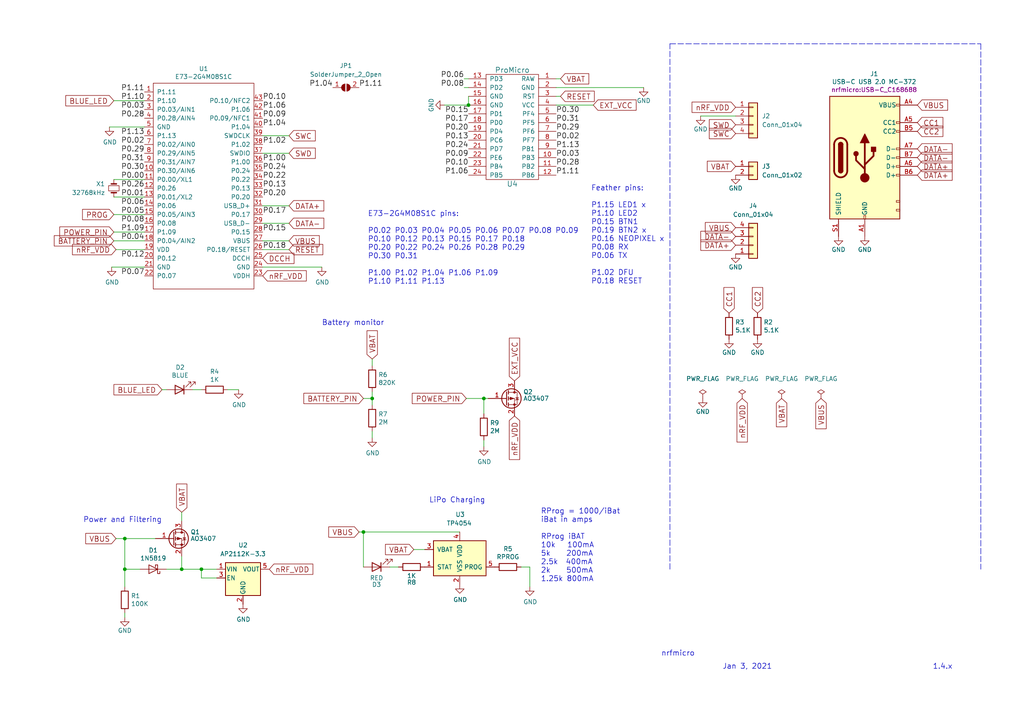
<source format=kicad_sch>
(kicad_sch (version 20211123) (generator eeschema)
  (paper "A4")
  (lib_symbols
    (symbol "Battery_Management:MCP73832-2-OT" (pin_names (offset 1.016))
      (property "Reference" "U" (at -7.62 6.35 0))
      (property "Value" "MCP73832-2-OT" (at 1.27 6.35 0))
      (symbol "MCP73832-2-OT_0_1"
        (rectangle (start -7.62 5.08) (end 7.62 -5.08) (stroke (width 0.254)) (fill (type background)))
      )
      (symbol "MCP73832-2-OT_1_1"
        (pin output line (at 10.16 -2.54 180) (length 2.54) (name "STAT") (number "1"))
        (pin power_in line (at 0 -7.62 90) (length 2.54) (name "VSS") (number "2"))
        (pin power_out line (at 10.16 2.54 180) (length 2.54) (name "VBAT") (number "3"))
        (pin power_in line (at 0 7.62 270) (length 2.54) (name "VDD") (number "4"))
        (pin input line (at -10.16 -2.54 0) (length 2.54) (name "PROG") (number "5"))
      )
    )
    (symbol "Connector_Generic:Conn_01x02" (pin_names (offset 1.016) hide)
      (property "Reference" "J" (at 0 2.54 0))
      (property "Value" "Conn_01x02" (at 0 -5.08 0))
      (symbol "Conn_01x02_1_1"
        (rectangle (start -1.27 -2.413) (end 0 -2.667) (stroke (width 0.1524)))
        (rectangle (start -1.27 0.127) (end 0 -0.127) (stroke (width 0.1524)))
        (rectangle (start -1.27 1.27) (end 1.27 -3.81) (stroke (width 0.254)) (fill (type background)))
        (pin passive line (at -5.08 0 0) (length 3.81) (name "Pin_1") (number "1"))
        (pin passive line (at -5.08 -2.54 0) (length 3.81) (name "Pin_2") (number "2"))
      )
    )
    (symbol "Connector_Generic:Conn_01x04" (pin_names (offset 1.016) hide)
      (property "Reference" "J" (at 0 5.08 0))
      (property "Value" "Conn_01x04" (at 0 -7.62 0))
      (symbol "Conn_01x04_1_1"
        (rectangle (start -1.27 -4.953) (end 0 -5.207) (stroke (width 0.1524)))
        (rectangle (start -1.27 -2.413) (end 0 -2.667) (stroke (width 0.1524)))
        (rectangle (start -1.27 0.127) (end 0 -0.127) (stroke (width 0.1524)))
        (rectangle (start -1.27 2.667) (end 0 2.413) (stroke (width 0.1524)))
        (rectangle (start -1.27 3.81) (end 1.27 -6.35) (stroke (width 0.254)) (fill (type background)))
        (pin passive line (at -5.08 2.54 0) (length 3.81) (name "Pin_1") (number "1"))
        (pin passive line (at -5.08 0 0) (length 3.81) (name "Pin_2") (number "2"))
        (pin passive line (at -5.08 -2.54 0) (length 3.81) (name "Pin_3") (number "3"))
        (pin passive line (at -5.08 -5.08 0) (length 3.81) (name "Pin_4") (number "4"))
      )
    )
    (symbol "Device:Crystal_Small" (pin_numbers hide) (pin_names (offset 1.016) hide)
      (property "Reference" "Y" (at 0 2.54 0))
      (property "Value" "Crystal_Small" (at 0 -2.54 0))
      (symbol "Crystal_Small_0_1"
        (rectangle (start -0.762 -1.524) (end 0.762 1.524))
        (polyline (pts (xy -1.27 -0.762) (xy -1.27 0.762)) (stroke (width 0.381)))
        (polyline (pts (xy 1.27 -0.762) (xy 1.27 0.762)) (stroke (width 0.381)))
      )
      (symbol "Crystal_Small_1_1"
        (pin passive line (at -2.54 0 0) (length 1.27) (name "1") (number "1"))
        (pin passive line (at 2.54 0 180) (length 1.27) (name "2") (number "2"))
      )
    )
    (symbol "Device:LED" (pin_numbers hide) (pin_names (offset 1.016) hide)
      (property "Reference" "D" (at 0 2.54 0))
      (property "Value" "LED" (at 0 -2.54 0))
      (symbol "LED_0_1"
        (polyline (pts (xy -1.27 -1.27) (xy -1.27 1.27)) (stroke (width 0.254)))
        (polyline (pts (xy -1.27 0) (xy 1.27 0)))
        (polyline (pts (xy 1.27 -1.27) (xy 1.27 1.27) (xy -1.27 0) (xy 1.27 -1.27)) (stroke (width 0.254)))
        (polyline (pts (xy -3.048 -0.762) (xy -4.572 -2.286) (xy -3.81 -2.286) (xy -4.572 -2.286) (xy -4.572 -1.524)))
        (polyline (pts (xy -1.778 -0.762) (xy -3.302 -2.286) (xy -2.54 -2.286) (xy -3.302 -2.286) (xy -3.302 -1.524)))
      )
      (symbol "LED_1_1"
        (pin passive line (at -3.81 0 0) (length 2.54) (name "K") (number "1"))
        (pin passive line (at 3.81 0 180) (length 2.54) (name "A") (number "2"))
      )
    )
    (symbol "Device:R" (pin_numbers hide) (pin_names (offset 0))
      (property "Reference" "R" (at 2.032 0 90))
      (property "Value" "R" (at 0 0 90))
      (symbol "R_0_1"
        (rectangle (start -1.016 -2.54) (end 1.016 2.54) (stroke (width 0.254)))
      )
      (symbol "R_1_1"
        (pin passive line (at 0 3.81 270) (length 1.27) (name "~") (number "1"))
        (pin passive line (at 0 -3.81 90) (length 1.27) (name "~") (number "2"))
      )
    )
    (symbol "Jumper:SolderJumper_2_Open" (pin_names (offset 0) hide)
      (property "Reference" "JP" (at 0 2.032 0))
      (property "Value" "SolderJumper_2_Open" (at 0 -2.54 0))
      (symbol "SolderJumper_2_Open_0_1"
        (arc (start -0.254 1.016) (mid -1.27 0) (end -0.254 -1.016))
        (arc (start -0.254 1.016) (mid -1.27 0) (end -0.254 -1.016) (fill (type outline)))
        (polyline (pts (xy -0.254 1.016) (xy -0.254 -1.016)))
        (polyline (pts (xy 0.254 1.016) (xy 0.254 -1.016)))
        (arc (start 0.254 -1.016) (mid 1.27 0) (end 0.254 1.016))
        (arc (start 0.254 -1.016) (mid 1.27 0) (end 0.254 1.016) (fill (type outline)))
      )
      (symbol "SolderJumper_2_Open_1_1"
        (pin passive line (at -3.81 0 0) (length 2.54) (name "A") (number "1"))
        (pin passive line (at 3.81 0 180) (length 2.54) (name "B") (number "2"))
      )
    )
    (symbol "Regulator_Linear:AP2112K-3.3" (pin_names (offset 0.254))
      (property "Reference" "U" (at -5.08 5.715 0))
      (property "Value" "AP2112K-3.3" (at 0 5.715 0))
      (symbol "AP2112K-3.3_0_1"
        (rectangle (start -5.08 4.445) (end 5.08 -5.08) (stroke (width 0.254)) (fill (type background)))
      )
      (symbol "AP2112K-3.3_1_1"
        (pin power_in line (at -7.62 2.54 0) (length 2.54) (name "VIN") (number "1"))
        (pin power_in line (at 0 -7.62 90) (length 2.54) (name "GND") (number "2"))
        (pin input line (at -7.62 0 0) (length 2.54) (name "EN") (number "3"))
        (pin no_connect line (at 5.08 0 180) (length 2.54) hide (name "NC") (number "4"))
        (pin power_out line (at 7.62 2.54 180) (length 2.54) (name "VOUT") (number "5"))
      )
    )
    (symbol "nrfmicro-rescue:BSS83P" (pin_names (offset 0) hide)
      (property "Reference" "Q" (at 5.08 1.905 0))
      (property "Value" "BSS83P" (at 5.08 0 0))
      (symbol "BSS83P_0_1"
        (polyline (pts (xy 0 0) (xy 0.254 0)))
        (polyline (pts (xy 0.762 -1.778) (xy 2.54 -1.778)))
        (polyline (pts (xy 0.762 -1.27) (xy 0.762 -2.286)) (stroke (width 0.254)))
        (polyline (pts (xy 0.762 0) (xy 2.54 0)))
        (polyline (pts (xy 0.762 0.508) (xy 0.762 -0.508)) (stroke (width 0.254)))
        (polyline (pts (xy 0.762 1.778) (xy 2.54 1.778)))
        (polyline (pts (xy 0.762 2.286) (xy 0.762 1.27)) (stroke (width 0.254)))
        (polyline (pts (xy 2.54 -1.778) (xy 2.54 -2.54)))
        (polyline (pts (xy 2.54 -1.778) (xy 2.54 0)))
        (polyline (pts (xy 2.54 2.54) (xy 2.54 1.778)))
        (polyline (pts (xy 0.254 1.905) (xy 0.254 -1.905) (xy 0.254 -1.905)) (stroke (width 0.254)))
        (polyline (pts (xy 2.286 0) (xy 1.27 -0.381) (xy 1.27 0.381) (xy 2.286 0)) (fill (type outline)))
        (polyline (pts (xy 2.54 -1.778) (xy 3.302 -1.778) (xy 3.302 1.778) (xy 2.54 1.778)))
        (polyline (pts (xy 2.794 -0.508) (xy 2.921 -0.381) (xy 3.683 -0.381) (xy 3.81 -0.254)))
        (polyline (pts (xy 3.302 -0.381) (xy 2.921 0.254) (xy 3.683 0.254) (xy 3.302 -0.381)))
        (circle (center 1.651 0) (radius 2.8194) (stroke (width 0.254)))
        (circle (center 2.54 -1.778) (radius 0.2794) (fill (type outline)))
        (circle (center 2.54 1.778) (radius 0.2794) (fill (type outline)))
      )
      (symbol "BSS83P_1_1"
        (pin input line (at -5.08 0 0) (length 5.08) (name "G") (number "1"))
        (pin passive line (at 2.54 -5.08 90) (length 2.54) (name "S") (number "2"))
        (pin passive line (at 2.54 5.08 270) (length 2.54) (name "D") (number "3"))
      )
    )
    (symbol "nrfmicro-rescue:GND" (power) (pin_names (offset 0))
      (property "Value" "GND" (at 0 -3.81 0))
      (symbol "GND_0_1"
        (polyline (pts (xy 0 0) (xy 0 -1.27) (xy 1.27 -1.27) (xy 0 -2.54) (xy -1.27 -1.27) (xy 0 -1.27)))
      )
      (symbol "GND_1_1"
        (pin power_in line (at 0 0 270) (length 0) hide (name "GND") (number "1"))
      )
    )
    (symbol "nrfmicro-rescue:MBR0520" (pin_numbers hide) (pin_names (offset 1.016) hide)
      (property "Reference" "D" (at 0 2.54 0))
      (property "Value" "MBR0520" (at 0 -2.54 0))
      (symbol "MBR0520_0_1"
        (polyline (pts (xy 1.27 0) (xy -1.27 0)))
        (polyline (pts (xy 1.27 1.27) (xy 1.27 -1.27) (xy -1.27 0) (xy 1.27 1.27)) (stroke (width 0.2032)))
        (polyline (pts (xy -1.905 0.635) (xy -1.905 1.27) (xy -1.27 1.27) (xy -1.27 -1.27) (xy -0.635 -1.27) (xy -0.635 -0.635)) (stroke (width 0.2032)))
      )
      (symbol "MBR0520_1_1"
        (pin passive line (at -3.81 0 0) (length 2.54) (name "K") (number "1"))
        (pin passive line (at 3.81 0 180) (length 2.54) (name "A") (number "2"))
      )
    )
    (symbol "nrfmicro-rescue:ProMicro" (pin_names (offset 1.016))
      (property "Reference" "U" (at 0 -21.59 0))
      (property "Value" "ProMicro" (at 0 11.43 0))
      (symbol "ProMicro_0_1"
        (rectangle (start 7.62 10.16) (end -7.62 -20.32))
      )
      (symbol "ProMicro_1_1"
        (pin input line (at 12.7 8.89 180) (length 5.08) (name "RAW") (number "1"))
        (pin input line (at 12.7 -13.97 180) (length 5.08) (name "PB3") (number "10"))
        (pin input line (at 12.7 -16.51 180) (length 5.08) (name "PB2") (number "11"))
        (pin input line (at 12.7 -19.05 180) (length 5.08) (name "PB6") (number "12"))
        (pin input line (at -12.7 8.89 0) (length 5.08) (name "PD3") (number "13"))
        (pin input line (at -12.7 6.35 0) (length 5.08) (name "PD2") (number "14"))
        (pin input line (at -12.7 3.81 0) (length 5.08) (name "GND") (number "15"))
        (pin input line (at -12.7 1.27 0) (length 5.08) (name "GND") (number "16"))
        (pin input line (at -12.7 -1.27 0) (length 5.08) (name "PD1") (number "17"))
        (pin input line (at -12.7 -3.81 0) (length 5.08) (name "PD0") (number "18"))
        (pin input line (at -12.7 -6.35 0) (length 5.08) (name "PD4") (number "19"))
        (pin input line (at 12.7 6.35 180) (length 5.08) (name "GND") (number "2"))
        (pin input line (at -12.7 -8.89 0) (length 5.08) (name "PC6") (number "20"))
        (pin input line (at -12.7 -11.43 0) (length 5.08) (name "PD7") (number "21"))
        (pin input line (at -12.7 -13.97 0) (length 5.08) (name "PE6") (number "22"))
        (pin input line (at -12.7 -16.51 0) (length 5.08) (name "PB4") (number "23"))
        (pin input line (at -12.7 -19.05 0) (length 5.08) (name "PB5") (number "24"))
        (pin input line (at 12.7 3.81 180) (length 5.08) (name "RST") (number "3"))
        (pin input line (at 12.7 1.27 180) (length 5.08) (name "VCC") (number "4"))
        (pin input line (at 12.7 -1.27 180) (length 5.08) (name "PF4") (number "5"))
        (pin input line (at 12.7 -3.81 180) (length 5.08) (name "PF5") (number "6"))
        (pin input line (at 12.7 -6.35 180) (length 5.08) (name "PF6") (number "7"))
        (pin input line (at 12.7 -8.89 180) (length 5.08) (name "PF7") (number "8"))
        (pin input line (at 12.7 -11.43 180) (length 5.08) (name "PB1") (number "9"))
      )
    )
    (symbol "nrfmicro-rescue:R" (pin_numbers hide) (pin_names (offset 0))
      (property "Reference" "R" (at 2.032 0 90))
      (property "Value" "R" (at 0 0 90))
      (symbol "R_0_1"
        (rectangle (start -1.016 -2.54) (end 1.016 2.54) (stroke (width 0.254)))
      )
      (symbol "R_1_1"
        (pin passive line (at 0 3.81 270) (length 1.27) (name "~") (number "1"))
        (pin passive line (at 0 -3.81 90) (length 1.27) (name "~") (number "2"))
      )
    )
    (symbol "nrfmicro:E73-2G4M08S1C-52840" (pin_names (offset 1.016))
      (property "Reference" "U" (at 0 29.21 0))
      (property "Value" "E73-2G4M08S1C-52840" (at 0 -27.94 0))
      (symbol "E73-2G4M08S1C-52840_0_1"
        (rectangle (start -15.24 30.48) (end 13.97 -29.21))
      )
      (symbol "E73-2G4M08S1C-52840_1_1"
        (pin input line (at -17.78 27.94 0) (length 2.54) (name "P1.11") (number "1"))
        (pin input line (at -17.78 5.08 0) (length 2.54) (name "P0.30/AIN6") (number "10"))
        (pin input line (at -17.78 2.54 0) (length 2.54) (name "P0.00/XL1") (number "11"))
        (pin input line (at -17.78 0 0) (length 2.54) (name "P0.26") (number "12"))
        (pin input line (at -17.78 -2.54 0) (length 2.54) (name "P0.01/XL2") (number "13"))
        (pin input line (at -17.78 -5.08 0) (length 2.54) (name "P0.06") (number "14"))
        (pin input line (at -17.78 -7.62 0) (length 2.54) (name "P0.05/AIN3") (number "15"))
        (pin input line (at -17.78 -10.16 0) (length 2.54) (name "P0.08") (number "16"))
        (pin input line (at -17.78 -12.7 0) (length 2.54) (name "P1.09") (number "17"))
        (pin input line (at -17.78 -15.24 0) (length 2.54) (name "P0.04/AIN2") (number "18"))
        (pin power_in line (at -17.78 -17.78 0) (length 2.54) (name "VDD") (number "19"))
        (pin input line (at -17.78 25.4 0) (length 2.54) (name "P1.10") (number "2"))
        (pin input line (at -17.78 -20.32 0) (length 2.54) (name "P0.12") (number "20"))
        (pin power_in line (at -17.78 -22.86 0) (length 2.54) (name "GND") (number "21"))
        (pin input line (at -17.78 -25.4 0) (length 2.54) (name "P0.07") (number "22"))
        (pin power_in line (at 16.51 -25.4 180) (length 2.54) (name "VDDH") (number "23"))
        (pin power_in line (at 16.51 -22.86 180) (length 2.54) (name "GND") (number "24"))
        (pin power_out line (at 16.51 -20.32 180) (length 2.54) (name "DCCH") (number "25"))
        (pin input line (at 16.51 -17.78 180) (length 2.54) (name "P0.18/RESET") (number "26"))
        (pin power_in line (at 16.51 -15.24 180) (length 2.54) (name "VBUS") (number "27"))
        (pin power_in line (at 16.51 -12.7 180) (length 2.54) (name "P0.15") (number "28"))
        (pin input line (at 16.51 -10.16 180) (length 2.54) (name "USB_D-") (number "29"))
        (pin input line (at -17.78 22.86 0) (length 2.54) (name "P0.03/AIN1") (number "3"))
        (pin input line (at 16.51 -7.62 180) (length 2.54) (name "P0.17") (number "30"))
        (pin input line (at 16.51 -5.08 180) (length 2.54) (name "USB_D+") (number "31"))
        (pin input line (at 16.51 -2.54 180) (length 2.54) (name "P0.20") (number "32"))
        (pin input line (at 16.51 0 180) (length 2.54) (name "P0.13") (number "33"))
        (pin input line (at 16.51 2.54 180) (length 2.54) (name "P0.22") (number "34"))
        (pin input line (at 16.51 5.08 180) (length 2.54) (name "P0.24") (number "35"))
        (pin input line (at 16.51 7.62 180) (length 2.54) (name "P1.00") (number "36"))
        (pin input line (at 16.51 10.16 180) (length 2.54) (name "SWDIO") (number "37"))
        (pin input line (at 16.51 12.7 180) (length 2.54) (name "P1.02") (number "38"))
        (pin input line (at 16.51 15.24 180) (length 2.54) (name "SWDCLK") (number "39"))
        (pin input line (at -17.78 20.32 0) (length 2.54) (name "P0.28/AIN4") (number "4"))
        (pin input line (at 16.51 17.78 180) (length 2.54) (name "P1.04") (number "40"))
        (pin input line (at 16.51 20.32 180) (length 2.54) (name "P0.09/NFC1") (number "41"))
        (pin input line (at 16.51 22.86 180) (length 2.54) (name "P1.06") (number "42"))
        (pin input line (at 16.51 25.4 180) (length 2.54) (name "P0.10/NFC2") (number "43"))
        (pin power_in line (at -17.78 17.78 0) (length 2.54) (name "GND") (number "5"))
        (pin input line (at -17.78 15.24 0) (length 2.54) (name "P1.13") (number "6"))
        (pin input line (at -17.78 12.7 0) (length 2.54) (name "P0.02/AIN0") (number "7"))
        (pin input line (at -17.78 10.16 0) (length 2.54) (name "P0.29/AIN5") (number "8"))
        (pin input line (at -17.78 7.62 0) (length 2.54) (name "P0.31/AIN7") (number "9"))
      )
    )
    (symbol "nrfmicro:USB_C_Receptacle_USB2.0" (pin_names (offset 1.016))
      (property "Reference" "J" (at -10.16 19.05 0))
      (property "Value" "USB_C_Receptacle_USB2.0" (at 19.05 19.05 0))
      (symbol "USB_C_Receptacle_USB2.0_0_0"
        (rectangle (start -0.254 -17.78) (end 0.254 -16.764))
        (rectangle (start 10.16 -14.986) (end 9.144 -15.494))
        (rectangle (start 10.16 -12.446) (end 9.144 -12.954))
        (rectangle (start 10.16 -4.826) (end 9.144 -5.334))
        (rectangle (start 10.16 -2.286) (end 9.144 -2.794))
        (rectangle (start 10.16 0.254) (end 9.144 -0.254))
        (rectangle (start 10.16 2.794) (end 9.144 2.286))
        (rectangle (start 10.16 7.874) (end 9.144 7.366))
        (rectangle (start 10.16 10.414) (end 9.144 9.906))
        (rectangle (start 10.16 15.494) (end 9.144 14.986))
      )
      (symbol "USB_C_Receptacle_USB2.0_0_1"
        (rectangle (start -10.16 17.78) (end 10.16 -17.78) (stroke (width 0.254)) (fill (type background)))
        (arc (start -8.89 -3.81) (mid -6.985 -5.715) (end -5.08 -3.81) (stroke (width 0.508)))
        (arc (start -7.62 -3.81) (mid -6.985 -4.445) (end -6.35 -3.81) (stroke (width 0.254)))
        (arc (start -7.62 -3.81) (mid -6.985 -4.445) (end -6.35 -3.81) (stroke (width 0.254)) (fill (type outline)))
        (rectangle (start -7.62 -3.81) (end -6.35 3.81) (stroke (width 0.254)) (fill (type outline)))
        (arc (start -6.35 3.81) (mid -6.985 4.445) (end -7.62 3.81) (stroke (width 0.254)))
        (arc (start -6.35 3.81) (mid -6.985 4.445) (end -7.62 3.81) (stroke (width 0.254)) (fill (type outline)))
        (arc (start -5.08 3.81) (mid -6.985 5.715) (end -8.89 3.81) (stroke (width 0.508)))
        (circle (center -2.54 1.143) (radius 0.635) (stroke (width 0.254)) (fill (type outline)))
        (circle (center 0 -5.842) (radius 1.27) (fill (type outline)))
        (polyline (pts (xy -8.89 -3.81) (xy -8.89 3.81)) (stroke (width 0.508)))
        (polyline (pts (xy -5.08 3.81) (xy -5.08 -3.81)) (stroke (width 0.508)))
        (polyline (pts (xy 0 -5.842) (xy 0 4.318)) (stroke (width 0.508)))
        (polyline (pts (xy 0 -3.302) (xy -2.54 -0.762) (xy -2.54 0.508)) (stroke (width 0.508)))
        (polyline (pts (xy 0 -2.032) (xy 2.54 0.508) (xy 2.54 1.778)) (stroke (width 0.508)))
        (polyline (pts (xy -1.27 4.318) (xy 0 6.858) (xy 1.27 4.318) (xy -1.27 4.318)) (stroke (width 0.254)) (fill (type outline)))
        (rectangle (start 1.905 1.778) (end 3.175 3.048) (stroke (width 0.254)) (fill (type outline)))
      )
      (symbol "USB_C_Receptacle_USB2.0_1_1"
        (pin power_in line (at 0 -22.86 90) (length 5.08) (name "GND") (number "A1"))
        (pin power_in line (at 15.24 15.24 180) (length 5.08) (name "VBUS") (number "A4"))
        (pin bidirectional line (at 15.24 10.16 180) (length 5.08) (name "CC1") (number "A5"))
        (pin bidirectional line (at 15.24 -2.54 180) (length 5.08) (name "D+") (number "A6"))
        (pin bidirectional line (at 15.24 2.54 180) (length 5.08) (name "D-") (number "A7"))
        (pin bidirectional line (at 15.24 7.62 180) (length 5.08) (name "CC2") (number "B5"))
        (pin bidirectional line (at 15.24 -5.08 180) (length 5.08) (name "D+") (number "B6"))
        (pin bidirectional line (at 15.24 0 180) (length 5.08) (name "D-") (number "B7"))
        (pin passive line (at -7.62 -22.86 90) (length 5.08) (name "SHIELD") (number "S1"))
      )
    )
    (symbol "power:GND" (power) (pin_names (offset 0))
      (property "Value" "GND" (at 0 -3.81 0))
      (symbol "GND_0_1"
        (polyline (pts (xy 0 0) (xy 0 -1.27) (xy 1.27 -1.27) (xy 0 -2.54) (xy -1.27 -1.27) (xy 0 -1.27)))
      )
      (symbol "GND_1_1"
        (pin power_in line (at 0 0 270) (length 0) hide (name "GND") (number "1"))
      )
    )
    (symbol "power:PWR_FLAG" (power) (pin_numbers hide) (pin_names (offset 0) hide)
      (property "Value" "PWR_FLAG" (at 0 3.81 0))
      (symbol "PWR_FLAG_0_0"
        (pin power_out line (at 0 0 90) (length 0) (name "pwr") (number "1"))
      )
      (symbol "PWR_FLAG_0_1"
        (polyline (pts (xy 0 0) (xy 0 1.27) (xy -1.016 1.905) (xy 0 2.54) (xy 1.016 1.905) (xy 0 1.27)))
      )
    )
  )
  (junction (at 135.89 30.48))
  (junction (at 107.95 115.57))
  (junction (at 140.335 115.57))
  (junction (at 36.195 156.21))
  (junction (at 58.42 165.1))
  (junction (at 105.41 154.305))
  (junction (at 52.705 165.1))
  (junction (at 36.195 165.1))
  (wire (pts (xy 120.015 159.385) (xy 123.19 159.385)))
  (wire (pts (xy 83.82 72.39) (xy 76.2 72.39)))
  (wire (pts (xy 161.29 22.86) (xy 162.56 22.86)))
  (wire (pts (xy 107.95 125.095) (xy 107.95 127)))
  (wire (pts (xy 104.14 154.305) (xy 105.41 154.305)))
  (wire (pts (xy 161.29 27.94) (xy 162.56 27.94)))
  (wire (pts (xy 33.02 62.23) (xy 41.91 62.23)))
  (wire (pts (xy 41.91 29.21) (xy 33.02 29.21)))
  (polyline (pts (xy 194.31 12.7) (xy 284.48 12.7)))
  (wire (pts (xy 36.195 177.8) (xy 36.195 179.07)))
  (wire (pts (xy 161.29 30.48) (xy 172.085 30.48)))
  (wire (pts (xy 105.41 164.465) (xy 105.41 154.305)))
  (wire (pts (xy 55.88 113.03) (xy 58.42 113.03)))
  (wire (pts (xy 140.335 115.57) (xy 141.605 115.57)))
  (wire (pts (xy 83.82 69.85) (xy 76.2 69.85)))
  (wire (pts (xy 58.42 167.64) (xy 58.42 165.1)))
  (wire (pts (xy 33.02 57.15) (xy 41.91 57.15)))
  (wire (pts (xy 140.335 127.635) (xy 140.335 129.54)))
  (polyline (pts (xy 194.31 165.1) (xy 194.31 12.7)))
  (wire (pts (xy 135.255 115.57) (xy 140.335 115.57)))
  (wire (pts (xy 36.195 165.1) (xy 36.195 170.18)))
  (wire (pts (xy 83.82 44.45) (xy 76.2 44.45)))
  (wire (pts (xy 83.82 64.77) (xy 76.2 64.77)))
  (wire (pts (xy 151.13 164.465) (xy 153.67 164.465)))
  (wire (pts (xy 33.02 52.07) (xy 41.91 52.07)))
  (wire (pts (xy 52.705 148.59) (xy 52.705 151.13)))
  (wire (pts (xy 36.195 156.21) (xy 33.655 156.21)))
  (wire (pts (xy 203.2 33.655) (xy 213.36 33.655)))
  (wire (pts (xy 41.91 77.47) (xy 32.385 77.47)))
  (wire (pts (xy 105.41 115.57) (xy 107.95 115.57)))
  (wire (pts (xy 113.03 164.465) (xy 115.57 164.465)))
  (wire (pts (xy 52.705 165.1) (xy 58.42 165.1)))
  (wire (pts (xy 135.89 27.94) (xy 135.89 30.48)))
  (wire (pts (xy 36.195 165.1) (xy 40.64 165.1)))
  (polyline (pts (xy 284.48 12.7) (xy 284.48 165.1)))
  (wire (pts (xy 52.705 161.29) (xy 52.705 165.1)))
  (wire (pts (xy 134.62 25.4) (xy 135.89 25.4)))
  (wire (pts (xy 161.29 25.4) (xy 186.69 25.4)))
  (wire (pts (xy 76.2 77.47) (xy 93.345 77.47)))
  (wire (pts (xy 135.89 30.48) (xy 128.905 30.48)))
  (wire (pts (xy 36.195 156.21) (xy 36.195 165.1)))
  (wire (pts (xy 62.865 167.64) (xy 58.42 167.64)))
  (wire (pts (xy 105.41 154.305) (xy 133.35 154.305)))
  (wire (pts (xy 83.82 59.69) (xy 76.2 59.69)))
  (wire (pts (xy 48.26 165.1) (xy 52.705 165.1)))
  (wire (pts (xy 107.95 104.14) (xy 107.95 106.045)))
  (wire (pts (xy 41.91 69.85) (xy 33.02 69.85)))
  (wire (pts (xy 83.82 39.37) (xy 76.2 39.37)))
  (wire (pts (xy 31.75 36.83) (xy 41.91 36.83)))
  (wire (pts (xy 46.99 113.03) (xy 48.26 113.03)))
  (wire (pts (xy 33.02 67.31) (xy 41.91 67.31)))
  (wire (pts (xy 41.91 72.39) (xy 33.655 72.39)))
  (wire (pts (xy 66.04 113.03) (xy 69.215 113.03)))
  (wire (pts (xy 107.95 113.665) (xy 107.95 115.57)))
  (wire (pts (xy 153.67 164.465) (xy 153.67 170.18)))
  (wire (pts (xy 134.62 22.86) (xy 135.89 22.86)))
  (wire (pts (xy 140.335 120.015) (xy 140.335 115.57)))
  (wire (pts (xy 36.195 156.21) (xy 45.085 156.21)))
  (wire (pts (xy 107.95 115.57) (xy 107.95 117.475)))
  (wire (pts (xy 58.42 165.1) (xy 62.865 165.1)))
  (text "LiPo Charging\n" (at 124.46 146.05 0) (effects (font (size 1.524 1.524)) (justify left bottom)))
  (text "Jan 3, 2021" (at 209.55 194.31 0) (effects (font (size 1.524 1.524)) (justify left bottom)))
  (text "1.4.x" (at 270.51 194.31 0) (effects (font (size 1.524 1.524)) (justify left bottom)))
  (text "RProg = 1000/iBat\niBat in amps\n\nRProg iBAT\n10k   100mA\n5k    200mA\n2.5k  400mA\n2k    500mA\n1.25k 800mA" (at 156.845 168.91 0) (effects (font (size 1.524 1.524)) (justify left bottom)))
  (text "Power and Filtering" (at 24.13 151.765 0) (effects (font (size 1.524 1.524)) (justify left bottom)))
  (text "nrfmicro" (at 191.77 190.5 0) (effects (font (size 1.524 1.524)) (justify left bottom)))
  (text "Battery monitor" (at 93.345 94.615 0) (effects (font (size 1.524 1.524)) (justify left bottom)))
  (text "E73-2G4M08S1C pins:\n\nP0.02 P0.03 P0.04 P0.05 P0.06 P0.07 P0.08 P0.09\nP0.10 P0.12 P0.13 P0.15 P0.17 P0.18\nP0.20 P0.22 P0.24 P0.26 P0.28 P0.29\nP0.30 P0.31\n\nP1.00 P1.02 P1.04 P1.06 P1.09\nP1.10 P1.11 P1.13\n\n" (at 106.68 85.09 0) (effects (font (size 1.524 1.524)) (justify left bottom)))
  (text "Feather pins:\n\nP1.15 LED1 x\nP1.10 LED2\nP0.15 BTN1\nP0.19 BTN2 x\nP0.16 NEOPIXEL x\nP0.08 RX\nP0.06 TX\n\nP1.02 DFU\nP0.18 RESET\n" (at 171.45 82.55 0) (effects (font (size 1.524 1.524)) (justify left bottom)))
  (label "P0.15" (at 76.2 67.31 0) (effects (font (size 1.524 1.524))))
  (label "P0.15" (at 135.89 33.02 180) (effects (font (size 1.524 1.524))))
  (label "P0.03" (at 161.29 45.72 0) (effects (font (size 1.524 1.524))))
  (label "P0.28" (at 41.91 34.29 180) (effects (font (size 1.524 1.524))))
  (label "P0.26" (at 41.91 54.61 180) (effects (font (size 1.524 1.524))))
  (label "P0.29" (at 41.91 44.45 180) (effects (font (size 1.524 1.524))))
  (label "P0.08" (at 134.62 25.4 180) (effects (font (size 1.524 1.524))))
  (label "P0.06" (at 41.91 59.69 180) (effects (font (size 1.524 1.524))))
  (label "P0.30" (at 41.91 49.53 180) (effects (font (size 1.524 1.524))))
  (label "P1.06" (at 135.89 50.8 180) (effects (font (size 1.524 1.524))))
  (label "P0.04" (at 41.91 69.85 180) (effects (font (size 1.524 1.524))))
  (label "P0.29" (at 161.29 38.1 0) (effects (font (size 1.524 1.524))))
  (label "P0.12" (at 41.91 74.93 180) (effects (font (size 1.524 1.524))))
  (label "P0.10" (at 135.89 48.26 180) (effects (font (size 1.524 1.524))))
  (label "P0.08" (at 41.91 64.77 180) (effects (font (size 1.524 1.524))))
  (label "P0.22" (at 76.2 52.07 0) (effects (font (size 1.524 1.524))))
  (label "P0.17" (at 76.2 62.23 0) (effects (font (size 1.524 1.524))))
  (label "P1.11" (at 161.29 50.8 0) (effects (font (size 1.524 1.524))))
  (label "P0.20" (at 76.2 57.15 0) (effects (font (size 1.524 1.524))))
  (label "P1.09" (at 41.91 67.31 180) (effects (font (size 1.524 1.524))))
  (label "P0.24" (at 135.89 43.18 180) (effects (font (size 1.524 1.524))))
  (label "P1.02" (at 76.2 41.91 0) (effects (font (size 1.524 1.524))))
  (label "P0.31" (at 161.29 35.56 0) (effects (font (size 1.524 1.524))))
  (label "P1.11" (at 41.91 26.67 180) (effects (font (size 1.524 1.524))))
  (label "P1.04" (at 76.2 36.83 0) (effects (font (size 1.524 1.524))))
  (label "P0.24" (at 76.2 49.53 0) (effects (font (size 1.524 1.524))))
  (label "P1.13" (at 161.29 43.18 0) (effects (font (size 1.524 1.524))))
  (label "P0.09" (at 135.89 45.72 180) (effects (font (size 1.524 1.524))))
  (label "P1.11" (at 104.14 25.4 0) (effects (font (size 1.524 1.524))))
  (label "P0.00" (at 41.91 52.07 180) (effects (font (size 1.524 1.524))))
  (label "P0.02" (at 161.29 40.64 0) (effects (font (size 1.524 1.524))))
  (label "P0.05" (at 41.91 62.23 180) (effects (font (size 1.524 1.524))))
  (label "P0.20" (at 135.89 38.1 180) (effects (font (size 1.524 1.524))))
  (label "P1.13" (at 41.91 39.37 180) (effects (font (size 1.524 1.524))))
  (label "P0.30" (at 161.29 33.02 0) (effects (font (size 1.524 1.524))))
  (label "P0.17" (at 135.89 35.56 180) (effects (font (size 1.524 1.524))))
  (label "P0.13" (at 135.89 40.64 180) (effects (font (size 1.524 1.524))))
  (label "P0.06" (at 134.62 22.86 180) (effects (font (size 1.524 1.524))))
  (label "P0.09" (at 76.2 34.29 0) (effects (font (size 1.524 1.524))))
  (label "P1.06" (at 76.2 31.75 0) (effects (font (size 1.524 1.524))))
  (label "P0.31" (at 41.91 46.99 180) (effects (font (size 1.524 1.524))))
  (label "P0.07" (at 41.91 80.01 180) (effects (font (size 1.524 1.524))))
  (label "P0.28" (at 161.29 48.26 0) (effects (font (size 1.524 1.524))))
  (label "P0.10" (at 76.2 29.21 0) (effects (font (size 1.524 1.524))))
  (label "P1.10" (at 41.91 29.21 180) (effects (font (size 1.524 1.524))))
  (label "P1.00" (at 76.2 46.99 0) (effects (font (size 1.524 1.524))))
  (label "P0.18" (at 76.2 72.39 0) (effects (font (size 1.524 1.524))))
  (label "P0.03" (at 41.91 31.75 180) (effects (font (size 1.524 1.524))))
  (label "P1.04" (at 96.52 25.4 180) (effects (font (size 1.524 1.524))))
  (label "P0.01" (at 41.91 57.15 180) (effects (font (size 1.524 1.524))))
  (label "P0.13" (at 76.2 54.61 0) (effects (font (size 1.524 1.524))))
  (label "P0.02" (at 41.91 41.91 180) (effects (font (size 1.524 1.524))))
  (global_label "nRF_VDD" (shape input) (at 149.225 120.65 270) (effects (font (size 1.524 1.524))) (property "Intersheet References" "${INTERSHEET_REFS}" (effects hide)))
  (global_label "VBUS" (shape input) (at 238.125 115.57 270) (effects (font (size 1.524 1.524))) (property "Intersheet References" "${INTERSHEET_REFS}" (effects hide)))
  (global_label "POWER_PIN" (shape input) (at 135.255 115.57 180) (effects (font (size 1.524 1.524))) (property "Intersheet References" "${INTERSHEET_REFS}" (effects hide)))
  (global_label "DATA-" (shape input) (at 83.82 64.77 0) (effects (font (size 1.524 1.524))) (property "Intersheet References" "${INTERSHEET_REFS}" (effects hide)))
  (global_label "nRF_VDD" (shape input) (at 33.655 72.39 180) (effects (font (size 1.524 1.524))) (property "Intersheet References" "${INTERSHEET_REFS}" (effects hide)))
  (global_label "SWC" (shape input) (at 83.82 39.37 0) (effects (font (size 1.524 1.524))) (property "Intersheet References" "${INTERSHEET_REFS}" (effects hide)))
  (global_label "VBUS" (shape input) (at 266.065 30.48 0) (effects (font (size 1.524 1.524))) (property "Intersheet References" "${INTERSHEET_REFS}" (effects hide)))
  (global_label "CC1" (shape input) (at 211.455 90.805 90) (effects (font (size 1.524 1.524))) (property "Intersheet References" "${INTERSHEET_REFS}" (effects hide)))
  (global_label "DATA+" (shape input) (at 266.065 50.8 0) (effects (font (size 1.524 1.524))) (property "Intersheet References" "${INTERSHEET_REFS}" (effects hide)))
  (global_label "nRF_VDD" (shape input) (at 213.36 31.115 180) (effects (font (size 1.524 1.524))) (property "Intersheet References" "${INTERSHEET_REFS}" (effects hide)))
  (global_label "CC2" (shape input) (at 266.065 38.1 0) (effects (font (size 1.524 1.524))) (property "Intersheet References" "${INTERSHEET_REFS}" (effects hide)))
  (global_label "CC2" (shape input) (at 219.71 90.805 90) (effects (font (size 1.524 1.524))) (property "Intersheet References" "${INTERSHEET_REFS}" (effects hide)))
  (global_label "VBAT" (shape input) (at 226.695 115.57 270) (effects (font (size 1.524 1.524))) (property "Intersheet References" "${INTERSHEET_REFS}" (effects hide)))
  (global_label "VBUS" (shape input) (at 33.655 156.21 180) (effects (font (size 1.524 1.524))) (property "Intersheet References" "${INTERSHEET_REFS}" (effects hide)))
  (global_label "SWD" (shape input) (at 213.36 36.195 180) (effects (font (size 1.524 1.524))) (property "Intersheet References" "${INTERSHEET_REFS}" (effects hide)))
  (global_label "VBAT" (shape input) (at 213.36 48.26 180) (effects (font (size 1.524 1.524))) (property "Intersheet References" "${INTERSHEET_REFS}" (effects hide)))
  (global_label "DCCH" (shape input) (at 76.2 74.93 0) (effects (font (size 1.524 1.524))) (property "Intersheet References" "${INTERSHEET_REFS}" (effects hide)))
  (global_label "DATA-" (shape input) (at 213.36 68.58 180) (effects (font (size 1.524 1.524))) (property "Intersheet References" "${INTERSHEET_REFS}" (effects hide)))
  (global_label "POWER_PIN" (shape input) (at 33.02 67.31 180) (effects (font (size 1.524 1.524))) (property "Intersheet References" "${INTERSHEET_REFS}" (effects hide)))
  (global_label "nRF_VDD" (shape input) (at 76.2 80.01 0) (effects (font (size 1.524 1.524))) (property "Intersheet References" "${INTERSHEET_REFS}" (effects hide)))
  (global_label "CC1" (shape input) (at 266.065 35.56 0) (effects (font (size 1.524 1.524))) (property "Intersheet References" "${INTERSHEET_REFS}" (effects hide)))
  (global_label "nRF_VDD" (shape input) (at 78.105 165.1 0) (effects (font (size 1.524 1.524))) (property "Intersheet References" "${INTERSHEET_REFS}" (effects hide)))
  (global_label "VBUS" (shape input) (at 83.82 69.85 0) (effects (font (size 1.524 1.524))) (property "Intersheet References" "${INTERSHEET_REFS}" (effects hide)))
  (global_label "RESET" (shape input) (at 83.82 72.39 0) (effects (font (size 1.524 1.524))) (property "Intersheet References" "${INTERSHEET_REFS}" (effects hide)))
  (global_label "VBAT" (shape input) (at 107.95 104.14 90) (effects (font (size 1.524 1.524))) (property "Intersheet References" "${INTERSHEET_REFS}" (effects hide)))
  (global_label "SWC" (shape input) (at 213.36 38.735 180) (effects (font (size 1.524 1.524))) (property "Intersheet References" "${INTERSHEET_REFS}" (effects hide)))
  (global_label "SWD" (shape input) (at 83.82 44.45 0) (effects (font (size 1.524 1.524))) (property "Intersheet References" "${INTERSHEET_REFS}" (effects hide)))
  (global_label "nRF_VDD" (shape input) (at 215.265 115.57 270) (effects (font (size 1.524 1.524))) (property "Intersheet References" "${INTERSHEET_REFS}" (effects hide)))
  (global_label "VBAT" (shape input) (at 162.56 22.86 0) (effects (font (size 1.524 1.524))) (property "Intersheet References" "${INTERSHEET_REFS}" (effects hide)))
  (global_label "VBUS" (shape input) (at 213.36 66.04 180) (effects (font (size 1.524 1.524))) (property "Intersheet References" "${INTERSHEET_REFS}" (effects hide)))
  (global_label "BATTERY_PIN" (shape input) (at 105.41 115.57 180) (effects (font (size 1.524 1.524))) (property "Intersheet References" "${INTERSHEET_REFS}" (effects hide)))
  (global_label "VBUS" (shape input) (at 104.14 154.305 180) (effects (font (size 1.524 1.524))) (property "Intersheet References" "${INTERSHEET_REFS}" (effects hide)))
  (global_label "BLUE_LED" (shape input) (at 33.02 29.21 180) (effects (font (size 1.524 1.524))) (property "Intersheet References" "${INTERSHEET_REFS}" (effects hide)))
  (global_label "DATA+" (shape input) (at 213.36 71.12 180) (effects (font (size 1.524 1.524))) (property "Intersheet References" "${INTERSHEET_REFS}" (effects hide)))
  (global_label "DATA+" (shape input) (at 266.065 48.26 0) (effects (font (size 1.524 1.524))) (property "Intersheet References" "${INTERSHEET_REFS}" (effects hide)))
  (global_label "DATA+" (shape input) (at 83.82 59.69 0) (effects (font (size 1.524 1.524))) (property "Intersheet References" "${INTERSHEET_REFS}" (effects hide)))
  (global_label "DATA-" (shape input) (at 266.065 45.72 0) (effects (font (size 1.524 1.524))) (property "Intersheet References" "${INTERSHEET_REFS}" (effects hide)))
  (global_label "DATA-" (shape input) (at 266.065 43.18 0) (effects (font (size 1.524 1.524))) (property "Intersheet References" "${INTERSHEET_REFS}" (effects hide)))
  (global_label "EXT_VCC" (shape input) (at 149.225 110.49 90) (effects (font (size 1.524 1.524))) (property "Intersheet References" "${INTERSHEET_REFS}" (effects hide)))
  (global_label "BATTERY_PIN" (shape input) (at 33.02 69.85 180) (effects (font (size 1.524 1.524))) (property "Intersheet References" "${INTERSHEET_REFS}" (effects hide)))
  (global_label "VBAT" (shape input) (at 120.015 159.385 180) (effects (font (size 1.524 1.524))) (property "Intersheet References" "${INTERSHEET_REFS}" (effects hide)))
  (global_label "EXT_VCC" (shape input) (at 172.085 30.48 0) (effects (font (size 1.524 1.524))) (property "Intersheet References" "${INTERSHEET_REFS}" (effects hide)))
  (global_label "BLUE_LED" (shape input) (at 46.99 113.03 180) (effects (font (size 1.524 1.524))) (property "Intersheet References" "${INTERSHEET_REFS}" (effects hide)))
  (global_label "PROG" (shape input) (at 33.02 62.23 180) (effects (font (size 1.524 1.524))) (property "Intersheet References" "${INTERSHEET_REFS}" (effects hide)))
  (global_label "RESET" (shape input) (at 162.56 27.94 0) (effects (font (size 1.524 1.524))) (property "Intersheet References" "${INTERSHEET_REFS}" (effects hide)))
  (global_label "VBAT" (shape input) (at 52.705 148.59 90) (effects (font (size 1.524 1.524))) (property "Intersheet References" "${INTERSHEET_REFS}" (effects hide)))
  (symbol (lib_id "nrfmicro-rescue:ProMicro") (at 148.59 31.75 0) (unit 1)
    (property "Reference" "U4" (at 148.59 53.34 0) (effects (font (size 1.524 1.524))))
    (property "Value" "ProMicro" (at 148.59 20.32 0) (effects (font (size 1.524 1.524))))
    (property "Footprint" "nrfmicro:pro_micro" (effects hide))
  )
  (symbol (lib_id "nrfmicro-rescue:MBR0520") (at 44.45 165.1 180) (unit 1)
    (property "Reference" "D1" (at 44.45 159.6136 0))
    (property "Value" "1N5819" (at 44.45 161.925 0))
    (property "Footprint" "Diode_SMD:D_SOD-323F" (effects hide))
  )
  (symbol (lib_id "nrfmicro-rescue:BSS83P") (at 50.165 156.21 0) (unit 1)
    (property "Reference" "Q1" (at 55.245 154.305 0) (effects (justify left)))
    (property "Value" "AO3407" (at 55.245 156.21 0) (effects (justify left)))
    (property "Footprint" "Package_TO_SOT_SMD:SOT-23" (effects hide))
  )
  (symbol (lib_id "nrfmicro-rescue:R") (at 36.195 173.99 0) (unit 1)
    (property "Reference" "R1" (at 37.973 172.8216 0) (effects (justify left)))
    (property "Value" "100K" (at 37.973 175.133 0) (effects (justify left)))
    (property "Footprint" "Resistor_SMD:R_0603_1608Metric" (effects hide))
  )
  (symbol (lib_id "nrfmicro-rescue:GND") (at 36.195 179.07 0) (unit 1)
    (property "Reference" "#PWR017" (effects hide))
    (property "Value" "GND" (at 36.195 182.88 0))
  )
  (symbol (lib_id "nrfmicro:E73-2G4M08S1C-52840") (at 59.69 54.61 0) (unit 1)
    (property "Reference" "U1" (at 59.055 19.939 0))
    (property "Value" "E73-2G4M08S1C" (at 59.055 22.2504 0))
    (property "Footprint" "nrfmicro:E73-2G4M08S1C-52840" (effects hide))
  )
  (symbol (lib_id "nrfmicro:USB_C_Receptacle_USB2.0") (at 250.825 45.72 0) (unit 1)
    (property "Reference" "J1" (at 253.5428 21.4122 0))
    (property "Value" "USB-C USB 2.0 MC-372" (at 253.5428 23.7236 0))
    (property "Footprint" "nrfmicro:USB-C_C168688" (at 253.5428 26.035 0))
    (property "Datasheet" "https://www.usb.org/sites/default/files/documents/usb_type-c.zip" (effects hide))
  )
  (symbol (lib_id "power:GND") (at 133.35 169.545 0) (unit 1)
    (property "Reference" "#PWR0103" (effects hide))
    (property "Value" "GND" (at 133.477 173.9392 0))
  )
  (symbol (lib_id "power:GND") (at 31.75 36.83 0) (unit 1)
    (property "Reference" "#PWR0107" (effects hide))
    (property "Value" "GND" (at 31.877 41.2242 0))
  )
  (symbol (lib_id "power:GND") (at 32.385 77.47 0) (unit 1)
    (property "Reference" "#PWR0108" (effects hide))
    (property "Value" "GND" (at 32.512 81.8642 0))
  )
  (symbol (lib_id "power:GND") (at 93.345 77.47 0) (unit 1)
    (property "Reference" "#PWR0109" (effects hide))
    (property "Value" "GND" (at 93.472 81.8642 0))
  )
  (symbol (lib_id "Device:R") (at 211.455 94.615 0) (unit 1)
    (property "Reference" "R3" (at 213.233 93.4466 0) (effects (justify left)))
    (property "Value" "5.1K" (at 213.233 95.758 0) (effects (justify left)))
    (property "Footprint" "Resistor_SMD:R_0603_1608Metric" (effects hide))
  )
  (symbol (lib_id "Device:R") (at 219.71 94.615 0) (unit 1)
    (property "Reference" "R2" (at 221.488 93.4466 0) (effects (justify left)))
    (property "Value" "5.1K" (at 221.488 95.758 0) (effects (justify left)))
    (property "Footprint" "Resistor_SMD:R_0603_1608Metric" (effects hide))
  )
  (symbol (lib_id "nrfmicro-rescue:GND") (at 219.71 98.425 0) (unit 1)
    (property "Reference" "#PWR0101" (effects hide))
    (property "Value" "GND" (at 219.71 102.235 0))
  )
  (symbol (lib_id "nrfmicro-rescue:GND") (at 211.455 98.425 0) (unit 1)
    (property "Reference" "#PWR0110" (effects hide))
    (property "Value" "GND" (at 211.455 102.235 0))
  )
  (symbol (lib_id "nrfmicro-rescue:GND") (at 250.825 68.58 0) (unit 1)
    (property "Reference" "#PWR0111" (effects hide))
    (property "Value" "GND" (at 250.825 72.39 0))
  )
  (symbol (lib_id "Device:R") (at 107.95 109.855 0) (unit 1)
    (property "Reference" "R6" (at 109.728 108.6866 0) (effects (justify left)))
    (property "Value" "820K" (at 109.728 110.998 0) (effects (justify left)))
    (property "Footprint" "Resistor_SMD:R_0603_1608Metric" (effects hide))
  )
  (symbol (lib_id "Device:R") (at 107.95 121.285 0) (unit 1)
    (property "Reference" "R7" (at 109.728 120.1166 0) (effects (justify left)))
    (property "Value" "2M" (at 109.728 122.428 0) (effects (justify left)))
    (property "Footprint" "Resistor_SMD:R_0603_1608Metric" (effects hide))
  )
  (symbol (lib_id "nrfmicro-rescue:GND") (at 107.95 127 0) (unit 1)
    (property "Reference" "#PWR0102" (effects hide))
    (property "Value" "GND" (at 108.077 131.3942 0))
  )
  (symbol (lib_id "nrfmicro-rescue:GND") (at 186.69 25.4 0) (unit 1)
    (property "Reference" "#PWR0113" (effects hide))
    (property "Value" "GND" (at 186.69 29.21 0))
  )
  (symbol (lib_id "nrfmicro-rescue:GND") (at 128.905 30.48 270) (unit 1)
    (property "Reference" "#PWR0115" (effects hide))
    (property "Value" "GND" (at 125.095 30.48 0))
  )
  (symbol (lib_id "power:GND") (at 69.215 113.03 0) (unit 1)
    (property "Reference" "#PWR0117" (effects hide))
    (property "Value" "GND" (at 69.342 117.4242 0))
  )
  (symbol (lib_id "Device:LED") (at 52.07 113.03 180) (unit 1)
    (property "Reference" "D2" (at 52.2478 106.553 0))
    (property "Value" "BLUE" (at 52.2478 108.8644 0))
    (property "Footprint" "LED_SMD:LED_0603_1608Metric" (effects hide))
  )
  (symbol (lib_id "nrfmicro-rescue:BSS83P") (at 146.685 115.57 0) (unit 1)
    (property "Reference" "Q2" (at 151.765 113.665 0) (effects (justify left)))
    (property "Value" "AO3407" (at 151.765 115.57 0) (effects (justify left)))
    (property "Footprint" "Package_TO_SOT_SMD:SOT-23" (effects hide))
  )
  (symbol (lib_id "nrfmicro-rescue:R") (at 62.23 113.03 90) (unit 1)
    (property "Reference" "R4" (at 62.23 107.7722 90))
    (property "Value" "1K" (at 62.23 110.0836 90))
    (property "Footprint" "Resistor_SMD:R_0603_1608Metric" (effects hide))
  )
  (symbol (lib_id "nrfmicro-rescue:R") (at 119.38 164.465 90) (unit 1)
    (property "Reference" "R8" (at 119.38 168.91 90))
    (property "Value" "1K" (at 119.38 167.005 90))
    (property "Footprint" "Resistor_SMD:R_0603_1608Metric" (effects hide))
  )
  (symbol (lib_id "nrfmicro-rescue:GND") (at 213.36 50.8 0) (unit 1)
    (property "Reference" "#PWR0106" (effects hide))
    (property "Value" "GND" (at 213.36 54.61 0))
  )
  (symbol (lib_id "Connector_Generic:Conn_01x04") (at 218.44 33.655 0) (unit 1)
    (property "Reference" "J2" (at 220.98 33.6549 0) (effects (justify left)))
    (property "Value" "Conn_01x04" (at 220.98 36.1949 0) (effects (justify left)))
    (property "Footprint" "nrfmicro:connector_swd" (effects hide))
  )
  (symbol (lib_id "nrfmicro-rescue:GND") (at 70.485 175.26 0) (unit 1)
    (property "Reference" "#PWR0119" (effects hide))
    (property "Value" "GND" (at 70.612 179.6542 0))
  )
  (symbol (lib_id "Device:R") (at 140.335 123.825 0) (unit 1)
    (property "Reference" "R9" (at 142.113 122.6566 0) (effects (justify left)))
    (property "Value" "2M" (at 142.113 124.968 0) (effects (justify left)))
    (property "Footprint" "Resistor_SMD:R_0603_1608Metric" (effects hide))
  )
  (symbol (lib_id "Device:LED") (at 109.22 164.465 180) (unit 1)
    (property "Reference" "D3" (at 109.22 169.545 0))
    (property "Value" "RED" (at 109.22 167.64 0))
    (property "Footprint" "LED_SMD:LED_0603_1608Metric" (effects hide))
  )
  (symbol (lib_id "nrfmicro-rescue:GND") (at 213.36 73.66 0) (unit 1)
    (property "Reference" "#PWR0105" (effects hide))
    (property "Value" "GND" (at 213.36 77.47 0))
  )
  (symbol (lib_id "power:PWR_FLAG") (at 226.695 115.57 0) (unit 1)
    (property "Reference" "#FLG0101" (effects hide))
    (property "Value" "PWR_FLAG" (at 226.695 109.855 0))
  )
  (symbol (lib_id "nrfmicro-rescue:GND") (at 203.835 115.57 0) (unit 1)
    (property "Reference" "#PWR0120" (effects hide))
    (property "Value" "GND" (at 203.835 119.38 0))
  )
  (symbol (lib_id "Battery_Management:MCP73832-2-OT") (at 133.35 161.925 0) (mirror y) (unit 1)
    (property "Reference" "U3" (at 132.08 149.225 0) (effects (justify right)))
    (property "Value" "TP4054" (at 129.54 151.765 0) (effects (justify right)))
    (property "Footprint" "Package_TO_SOT_SMD:SOT-23-5" (effects hide))
    (property "Datasheet" "http://ww1.microchip.com/downloads/en/DeviceDoc/20001984g.pdf" (effects hide))
  )
  (symbol (lib_id "power:PWR_FLAG") (at 203.835 115.57 0) (unit 1)
    (property "Reference" "#FLG0103" (effects hide))
    (property "Value" "PWR_FLAG" (at 203.835 109.855 0))
  )
  (symbol (lib_id "nrfmicro-rescue:GND") (at 203.2 33.655 0) (unit 1)
    (property "Reference" "#PWR0104" (effects hide))
    (property "Value" "GND" (at 203.2 37.465 0))
  )
  (symbol (lib_id "Jumper:SolderJumper_2_Open") (at 100.33 25.4 0) (unit 1)
    (property "Reference" "JP1" (at 100.33 19.05 0))
    (property "Value" "SolderJumper_2_Open" (at 100.33 21.59 0))
    (property "Footprint" "nrfmicro:Jumper_SMD" (effects hide))
  )
  (symbol (lib_id "power:PWR_FLAG") (at 215.265 115.57 0) (unit 1)
    (property "Reference" "#FLG0104" (effects hide))
    (property "Value" "PWR_FLAG" (at 215.265 109.855 0))
  )
  (symbol (lib_id "Regulator_Linear:AP2112K-3.3") (at 70.485 167.64 0) (unit 1)
    (property "Reference" "U2" (at 70.485 158.115 0))
    (property "Value" "AP2112K-3.3" (at 70.485 160.655 0))
    (property "Footprint" "Package_TO_SOT_SMD:SOT-23-5" (effects hide))
    (property "Datasheet" "https://www.diodes.com/assets/Datasheets/AP2112.pdf" (effects hide))
  )
  (symbol (lib_id "power:PWR_FLAG") (at 238.125 115.57 0) (unit 1)
    (property "Reference" "#FLG0102" (effects hide))
    (property "Value" "PWR_FLAG" (at 238.125 109.855 0))
  )
  (symbol (lib_id "nrfmicro-rescue:GND") (at 243.205 68.58 0) (unit 1)
    (property "Reference" "#PWR0112" (effects hide))
    (property "Value" "GND" (at 243.205 72.39 0))
  )
  (symbol (lib_id "power:GND") (at 153.67 170.18 0) (unit 1)
    (property "Reference" "#PWR0116" (effects hide))
    (property "Value" "GND" (at 153.797 174.5742 0))
  )
  (symbol (lib_id "nrfmicro-rescue:GND") (at 140.335 129.54 0) (unit 1)
    (property "Reference" "#PWR0118" (effects hide))
    (property "Value" "GND" (at 140.462 133.9342 0))
  )
  (symbol (lib_id "Connector_Generic:Conn_01x04") (at 218.44 71.12 0) (mirror x) (unit 1)
    (property "Reference" "J4" (at 218.44 59.69 0))
    (property "Value" "Conn_01x04" (at 218.44 62.23 0))
    (property "Footprint" "nrfmicro:connector_usb" (effects hide))
  )
  (symbol (lib_id "Connector_Generic:Conn_01x02") (at 218.44 48.26 0) (unit 1)
    (property "Reference" "J3" (at 220.98 48.2599 0) (effects (justify left)))
    (property "Value" "Conn_01x02" (at 220.98 50.7999 0) (effects (justify left)))
  )
  (symbol (lib_id "Device:Crystal_Small") (at 33.02 54.61 90) (unit 1)
    (property "Reference" "X1" (at 30.48 53.3399 90) (effects (justify left)))
    (property "Value" "32768kHz" (at 30.48 55.8799 90) (effects (justify left)))
  )
  (symbol (lib_id "nrfmicro-rescue:R") (at 147.32 164.465 90) (unit 1)
    (property "Reference" "R5" (at 147.32 159.2072 90))
    (property "Value" "RPROG" (at 147.32 161.5186 90))
    (property "Footprint" "Resistor_SMD:R_0603_1608Metric" (effects hide))
  )
)
</source>
